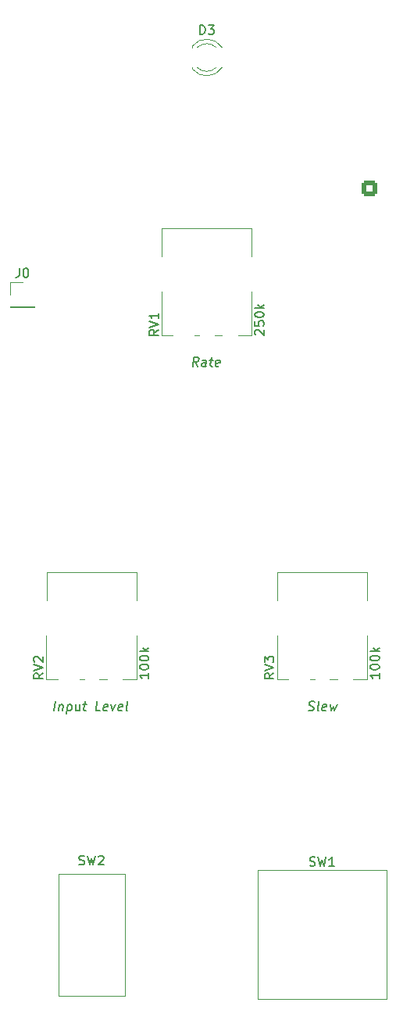
<source format=gto>
%TF.GenerationSoftware,KiCad,Pcbnew,8.0.5*%
%TF.CreationDate,2024-12-04T18:37:58+01:00*%
%TF.ProjectId,DMH_S_H_Noise_PCB,444d485f-535f-4485-9f4e-6f6973655f50,1*%
%TF.SameCoordinates,Original*%
%TF.FileFunction,Legend,Top*%
%TF.FilePolarity,Positive*%
%FSLAX46Y46*%
G04 Gerber Fmt 4.6, Leading zero omitted, Abs format (unit mm)*
G04 Created by KiCad (PCBNEW 8.0.5) date 2024-12-04 18:37:58*
%MOMM*%
%LPD*%
G01*
G04 APERTURE LIST*
G04 Aperture macros list*
%AMRoundRect*
0 Rectangle with rounded corners*
0 $1 Rounding radius*
0 $2 $3 $4 $5 $6 $7 $8 $9 X,Y pos of 4 corners*
0 Add a 4 corners polygon primitive as box body*
4,1,4,$2,$3,$4,$5,$6,$7,$8,$9,$2,$3,0*
0 Add four circle primitives for the rounded corners*
1,1,$1+$1,$2,$3*
1,1,$1+$1,$4,$5*
1,1,$1+$1,$6,$7*
1,1,$1+$1,$8,$9*
0 Add four rect primitives between the rounded corners*
20,1,$1+$1,$2,$3,$4,$5,0*
20,1,$1+$1,$4,$5,$6,$7,0*
20,1,$1+$1,$6,$7,$8,$9,0*
20,1,$1+$1,$8,$9,$2,$3,0*%
G04 Aperture macros list end*
%ADD10C,0.150000*%
%ADD11C,0.120000*%
%ADD12R,1.800000X1.800000*%
%ADD13C,1.800000*%
%ADD14O,2.720000X3.240000*%
%ADD15C,1.700000*%
%ADD16C,4.000000*%
%ADD17C,2.200000*%
%ADD18C,2.500000*%
%ADD19R,1.700000X1.700000*%
%ADD20R,1.600000X1.600000*%
%ADD21C,1.600000*%
%ADD22O,1.600000X1.600000*%
%ADD23R,2.200000X2.200000*%
%ADD24O,2.200000X2.200000*%
%ADD25O,1.700000X1.700000*%
%ADD26RoundRect,0.250000X0.600000X-0.600000X0.600000X0.600000X-0.600000X0.600000X-0.600000X-0.600000X0*%
%ADD27R,1.500000X1.500000*%
%ADD28C,1.500000*%
%ADD29R,1.500000X1.050000*%
%ADD30O,1.500000X1.050000*%
%ADD31RoundRect,0.250000X-0.600000X-0.600000X0.600000X-0.600000X0.600000X0.600000X-0.600000X0.600000X0*%
G04 APERTURE END LIST*
D10*
X74256905Y-44994819D02*
X74256905Y-43994819D01*
X74256905Y-43994819D02*
X74495000Y-43994819D01*
X74495000Y-43994819D02*
X74637857Y-44042438D01*
X74637857Y-44042438D02*
X74733095Y-44137676D01*
X74733095Y-44137676D02*
X74780714Y-44232914D01*
X74780714Y-44232914D02*
X74828333Y-44423390D01*
X74828333Y-44423390D02*
X74828333Y-44566247D01*
X74828333Y-44566247D02*
X74780714Y-44756723D01*
X74780714Y-44756723D02*
X74733095Y-44851961D01*
X74733095Y-44851961D02*
X74637857Y-44947200D01*
X74637857Y-44947200D02*
X74495000Y-44994819D01*
X74495000Y-44994819D02*
X74256905Y-44994819D01*
X75161667Y-43994819D02*
X75780714Y-43994819D01*
X75780714Y-43994819D02*
X75447381Y-44375771D01*
X75447381Y-44375771D02*
X75590238Y-44375771D01*
X75590238Y-44375771D02*
X75685476Y-44423390D01*
X75685476Y-44423390D02*
X75733095Y-44471009D01*
X75733095Y-44471009D02*
X75780714Y-44566247D01*
X75780714Y-44566247D02*
X75780714Y-44804342D01*
X75780714Y-44804342D02*
X75733095Y-44899580D01*
X75733095Y-44899580D02*
X75685476Y-44947200D01*
X75685476Y-44947200D02*
X75590238Y-44994819D01*
X75590238Y-44994819D02*
X75304524Y-44994819D01*
X75304524Y-44994819D02*
X75209286Y-44947200D01*
X75209286Y-44947200D02*
X75161667Y-44899580D01*
X69754819Y-76995238D02*
X69278628Y-77328571D01*
X69754819Y-77566666D02*
X68754819Y-77566666D01*
X68754819Y-77566666D02*
X68754819Y-77185714D01*
X68754819Y-77185714D02*
X68802438Y-77090476D01*
X68802438Y-77090476D02*
X68850057Y-77042857D01*
X68850057Y-77042857D02*
X68945295Y-76995238D01*
X68945295Y-76995238D02*
X69088152Y-76995238D01*
X69088152Y-76995238D02*
X69183390Y-77042857D01*
X69183390Y-77042857D02*
X69231009Y-77090476D01*
X69231009Y-77090476D02*
X69278628Y-77185714D01*
X69278628Y-77185714D02*
X69278628Y-77566666D01*
X68754819Y-76709523D02*
X69754819Y-76376190D01*
X69754819Y-76376190D02*
X68754819Y-76042857D01*
X69754819Y-75185714D02*
X69754819Y-75757142D01*
X69754819Y-75471428D02*
X68754819Y-75471428D01*
X68754819Y-75471428D02*
X68897676Y-75566666D01*
X68897676Y-75566666D02*
X68992914Y-75661904D01*
X68992914Y-75661904D02*
X69040533Y-75757142D01*
X80300057Y-77542856D02*
X80252438Y-77495237D01*
X80252438Y-77495237D02*
X80204819Y-77399999D01*
X80204819Y-77399999D02*
X80204819Y-77161904D01*
X80204819Y-77161904D02*
X80252438Y-77066666D01*
X80252438Y-77066666D02*
X80300057Y-77019047D01*
X80300057Y-77019047D02*
X80395295Y-76971428D01*
X80395295Y-76971428D02*
X80490533Y-76971428D01*
X80490533Y-76971428D02*
X80633390Y-77019047D01*
X80633390Y-77019047D02*
X81204819Y-77590475D01*
X81204819Y-77590475D02*
X81204819Y-76971428D01*
X80204819Y-76066666D02*
X80204819Y-76542856D01*
X80204819Y-76542856D02*
X80681009Y-76590475D01*
X80681009Y-76590475D02*
X80633390Y-76542856D01*
X80633390Y-76542856D02*
X80585771Y-76447618D01*
X80585771Y-76447618D02*
X80585771Y-76209523D01*
X80585771Y-76209523D02*
X80633390Y-76114285D01*
X80633390Y-76114285D02*
X80681009Y-76066666D01*
X80681009Y-76066666D02*
X80776247Y-76019047D01*
X80776247Y-76019047D02*
X81014342Y-76019047D01*
X81014342Y-76019047D02*
X81109580Y-76066666D01*
X81109580Y-76066666D02*
X81157200Y-76114285D01*
X81157200Y-76114285D02*
X81204819Y-76209523D01*
X81204819Y-76209523D02*
X81204819Y-76447618D01*
X81204819Y-76447618D02*
X81157200Y-76542856D01*
X81157200Y-76542856D02*
X81109580Y-76590475D01*
X80204819Y-75399999D02*
X80204819Y-75304761D01*
X80204819Y-75304761D02*
X80252438Y-75209523D01*
X80252438Y-75209523D02*
X80300057Y-75161904D01*
X80300057Y-75161904D02*
X80395295Y-75114285D01*
X80395295Y-75114285D02*
X80585771Y-75066666D01*
X80585771Y-75066666D02*
X80823866Y-75066666D01*
X80823866Y-75066666D02*
X81014342Y-75114285D01*
X81014342Y-75114285D02*
X81109580Y-75161904D01*
X81109580Y-75161904D02*
X81157200Y-75209523D01*
X81157200Y-75209523D02*
X81204819Y-75304761D01*
X81204819Y-75304761D02*
X81204819Y-75399999D01*
X81204819Y-75399999D02*
X81157200Y-75495237D01*
X81157200Y-75495237D02*
X81109580Y-75542856D01*
X81109580Y-75542856D02*
X81014342Y-75590475D01*
X81014342Y-75590475D02*
X80823866Y-75638094D01*
X80823866Y-75638094D02*
X80585771Y-75638094D01*
X80585771Y-75638094D02*
X80395295Y-75590475D01*
X80395295Y-75590475D02*
X80300057Y-75542856D01*
X80300057Y-75542856D02*
X80252438Y-75495237D01*
X80252438Y-75495237D02*
X80204819Y-75399999D01*
X81204819Y-74638094D02*
X80204819Y-74638094D01*
X80823866Y-74542856D02*
X81204819Y-74257142D01*
X80538152Y-74257142D02*
X80919104Y-74638094D01*
X74036904Y-80954819D02*
X73763094Y-80478628D01*
X73465475Y-80954819D02*
X73590475Y-79954819D01*
X73590475Y-79954819D02*
X73971428Y-79954819D01*
X73971428Y-79954819D02*
X74060713Y-80002438D01*
X74060713Y-80002438D02*
X74102380Y-80050057D01*
X74102380Y-80050057D02*
X74138094Y-80145295D01*
X74138094Y-80145295D02*
X74120237Y-80288152D01*
X74120237Y-80288152D02*
X74060713Y-80383390D01*
X74060713Y-80383390D02*
X74007142Y-80431009D01*
X74007142Y-80431009D02*
X73905952Y-80478628D01*
X73905952Y-80478628D02*
X73524999Y-80478628D01*
X74894047Y-80954819D02*
X74959523Y-80431009D01*
X74959523Y-80431009D02*
X74923809Y-80335771D01*
X74923809Y-80335771D02*
X74834523Y-80288152D01*
X74834523Y-80288152D02*
X74644047Y-80288152D01*
X74644047Y-80288152D02*
X74542856Y-80335771D01*
X74899999Y-80907200D02*
X74798809Y-80954819D01*
X74798809Y-80954819D02*
X74560713Y-80954819D01*
X74560713Y-80954819D02*
X74471428Y-80907200D01*
X74471428Y-80907200D02*
X74435713Y-80811961D01*
X74435713Y-80811961D02*
X74447618Y-80716723D01*
X74447618Y-80716723D02*
X74507142Y-80621485D01*
X74507142Y-80621485D02*
X74608333Y-80573866D01*
X74608333Y-80573866D02*
X74846428Y-80573866D01*
X74846428Y-80573866D02*
X74947618Y-80526247D01*
X75310714Y-80288152D02*
X75691666Y-80288152D01*
X75495237Y-79954819D02*
X75388095Y-80811961D01*
X75388095Y-80811961D02*
X75423809Y-80907200D01*
X75423809Y-80907200D02*
X75513095Y-80954819D01*
X75513095Y-80954819D02*
X75608333Y-80954819D01*
X76328571Y-80907200D02*
X76227381Y-80954819D01*
X76227381Y-80954819D02*
X76036904Y-80954819D01*
X76036904Y-80954819D02*
X75947619Y-80907200D01*
X75947619Y-80907200D02*
X75911904Y-80811961D01*
X75911904Y-80811961D02*
X75959524Y-80431009D01*
X75959524Y-80431009D02*
X76019047Y-80335771D01*
X76019047Y-80335771D02*
X76120238Y-80288152D01*
X76120238Y-80288152D02*
X76310714Y-80288152D01*
X76310714Y-80288152D02*
X76400000Y-80335771D01*
X76400000Y-80335771D02*
X76435714Y-80431009D01*
X76435714Y-80431009D02*
X76423809Y-80526247D01*
X76423809Y-80526247D02*
X75935714Y-80621485D01*
X57254819Y-114195238D02*
X56778628Y-114528571D01*
X57254819Y-114766666D02*
X56254819Y-114766666D01*
X56254819Y-114766666D02*
X56254819Y-114385714D01*
X56254819Y-114385714D02*
X56302438Y-114290476D01*
X56302438Y-114290476D02*
X56350057Y-114242857D01*
X56350057Y-114242857D02*
X56445295Y-114195238D01*
X56445295Y-114195238D02*
X56588152Y-114195238D01*
X56588152Y-114195238D02*
X56683390Y-114242857D01*
X56683390Y-114242857D02*
X56731009Y-114290476D01*
X56731009Y-114290476D02*
X56778628Y-114385714D01*
X56778628Y-114385714D02*
X56778628Y-114766666D01*
X56254819Y-113909523D02*
X57254819Y-113576190D01*
X57254819Y-113576190D02*
X56254819Y-113242857D01*
X56350057Y-112957142D02*
X56302438Y-112909523D01*
X56302438Y-112909523D02*
X56254819Y-112814285D01*
X56254819Y-112814285D02*
X56254819Y-112576190D01*
X56254819Y-112576190D02*
X56302438Y-112480952D01*
X56302438Y-112480952D02*
X56350057Y-112433333D01*
X56350057Y-112433333D02*
X56445295Y-112385714D01*
X56445295Y-112385714D02*
X56540533Y-112385714D01*
X56540533Y-112385714D02*
X56683390Y-112433333D01*
X56683390Y-112433333D02*
X57254819Y-113004761D01*
X57254819Y-113004761D02*
X57254819Y-112385714D01*
X68704819Y-114171428D02*
X68704819Y-114742856D01*
X68704819Y-114457142D02*
X67704819Y-114457142D01*
X67704819Y-114457142D02*
X67847676Y-114552380D01*
X67847676Y-114552380D02*
X67942914Y-114647618D01*
X67942914Y-114647618D02*
X67990533Y-114742856D01*
X67704819Y-113552380D02*
X67704819Y-113457142D01*
X67704819Y-113457142D02*
X67752438Y-113361904D01*
X67752438Y-113361904D02*
X67800057Y-113314285D01*
X67800057Y-113314285D02*
X67895295Y-113266666D01*
X67895295Y-113266666D02*
X68085771Y-113219047D01*
X68085771Y-113219047D02*
X68323866Y-113219047D01*
X68323866Y-113219047D02*
X68514342Y-113266666D01*
X68514342Y-113266666D02*
X68609580Y-113314285D01*
X68609580Y-113314285D02*
X68657200Y-113361904D01*
X68657200Y-113361904D02*
X68704819Y-113457142D01*
X68704819Y-113457142D02*
X68704819Y-113552380D01*
X68704819Y-113552380D02*
X68657200Y-113647618D01*
X68657200Y-113647618D02*
X68609580Y-113695237D01*
X68609580Y-113695237D02*
X68514342Y-113742856D01*
X68514342Y-113742856D02*
X68323866Y-113790475D01*
X68323866Y-113790475D02*
X68085771Y-113790475D01*
X68085771Y-113790475D02*
X67895295Y-113742856D01*
X67895295Y-113742856D02*
X67800057Y-113695237D01*
X67800057Y-113695237D02*
X67752438Y-113647618D01*
X67752438Y-113647618D02*
X67704819Y-113552380D01*
X67704819Y-112599999D02*
X67704819Y-112504761D01*
X67704819Y-112504761D02*
X67752438Y-112409523D01*
X67752438Y-112409523D02*
X67800057Y-112361904D01*
X67800057Y-112361904D02*
X67895295Y-112314285D01*
X67895295Y-112314285D02*
X68085771Y-112266666D01*
X68085771Y-112266666D02*
X68323866Y-112266666D01*
X68323866Y-112266666D02*
X68514342Y-112314285D01*
X68514342Y-112314285D02*
X68609580Y-112361904D01*
X68609580Y-112361904D02*
X68657200Y-112409523D01*
X68657200Y-112409523D02*
X68704819Y-112504761D01*
X68704819Y-112504761D02*
X68704819Y-112599999D01*
X68704819Y-112599999D02*
X68657200Y-112695237D01*
X68657200Y-112695237D02*
X68609580Y-112742856D01*
X68609580Y-112742856D02*
X68514342Y-112790475D01*
X68514342Y-112790475D02*
X68323866Y-112838094D01*
X68323866Y-112838094D02*
X68085771Y-112838094D01*
X68085771Y-112838094D02*
X67895295Y-112790475D01*
X67895295Y-112790475D02*
X67800057Y-112742856D01*
X67800057Y-112742856D02*
X67752438Y-112695237D01*
X67752438Y-112695237D02*
X67704819Y-112599999D01*
X68704819Y-111838094D02*
X67704819Y-111838094D01*
X68323866Y-111742856D02*
X68704819Y-111457142D01*
X68038152Y-111457142D02*
X68419104Y-111838094D01*
X58465475Y-118254819D02*
X58590475Y-117254819D01*
X59024999Y-117588152D02*
X58941665Y-118254819D01*
X59013094Y-117683390D02*
X59066665Y-117635771D01*
X59066665Y-117635771D02*
X59167856Y-117588152D01*
X59167856Y-117588152D02*
X59310713Y-117588152D01*
X59310713Y-117588152D02*
X59399999Y-117635771D01*
X59399999Y-117635771D02*
X59435713Y-117731009D01*
X59435713Y-117731009D02*
X59370237Y-118254819D01*
X59929761Y-117588152D02*
X59804761Y-118588152D01*
X59923808Y-117635771D02*
X60024999Y-117588152D01*
X60024999Y-117588152D02*
X60215475Y-117588152D01*
X60215475Y-117588152D02*
X60304761Y-117635771D01*
X60304761Y-117635771D02*
X60346427Y-117683390D01*
X60346427Y-117683390D02*
X60382142Y-117778628D01*
X60382142Y-117778628D02*
X60346427Y-118064342D01*
X60346427Y-118064342D02*
X60286904Y-118159580D01*
X60286904Y-118159580D02*
X60233332Y-118207200D01*
X60233332Y-118207200D02*
X60132142Y-118254819D01*
X60132142Y-118254819D02*
X59941665Y-118254819D01*
X59941665Y-118254819D02*
X59852380Y-118207200D01*
X61263094Y-117588152D02*
X61179761Y-118254819D01*
X60834523Y-117588152D02*
X60769047Y-118111961D01*
X60769047Y-118111961D02*
X60804761Y-118207200D01*
X60804761Y-118207200D02*
X60894047Y-118254819D01*
X60894047Y-118254819D02*
X61036904Y-118254819D01*
X61036904Y-118254819D02*
X61138094Y-118207200D01*
X61138094Y-118207200D02*
X61191666Y-118159580D01*
X61596428Y-117588152D02*
X61977380Y-117588152D01*
X61780951Y-117254819D02*
X61673809Y-118111961D01*
X61673809Y-118111961D02*
X61709523Y-118207200D01*
X61709523Y-118207200D02*
X61798809Y-118254819D01*
X61798809Y-118254819D02*
X61894047Y-118254819D01*
X63465476Y-118254819D02*
X62989285Y-118254819D01*
X62989285Y-118254819D02*
X63114285Y-117254819D01*
X64185714Y-118207200D02*
X64084524Y-118254819D01*
X64084524Y-118254819D02*
X63894047Y-118254819D01*
X63894047Y-118254819D02*
X63804762Y-118207200D01*
X63804762Y-118207200D02*
X63769047Y-118111961D01*
X63769047Y-118111961D02*
X63816667Y-117731009D01*
X63816667Y-117731009D02*
X63876190Y-117635771D01*
X63876190Y-117635771D02*
X63977381Y-117588152D01*
X63977381Y-117588152D02*
X64167857Y-117588152D01*
X64167857Y-117588152D02*
X64257143Y-117635771D01*
X64257143Y-117635771D02*
X64292857Y-117731009D01*
X64292857Y-117731009D02*
X64280952Y-117826247D01*
X64280952Y-117826247D02*
X63792857Y-117921485D01*
X64644048Y-117588152D02*
X64798810Y-118254819D01*
X64798810Y-118254819D02*
X65120238Y-117588152D01*
X65804762Y-118207200D02*
X65703572Y-118254819D01*
X65703572Y-118254819D02*
X65513095Y-118254819D01*
X65513095Y-118254819D02*
X65423810Y-118207200D01*
X65423810Y-118207200D02*
X65388095Y-118111961D01*
X65388095Y-118111961D02*
X65435715Y-117731009D01*
X65435715Y-117731009D02*
X65495238Y-117635771D01*
X65495238Y-117635771D02*
X65596429Y-117588152D01*
X65596429Y-117588152D02*
X65786905Y-117588152D01*
X65786905Y-117588152D02*
X65876191Y-117635771D01*
X65876191Y-117635771D02*
X65911905Y-117731009D01*
X65911905Y-117731009D02*
X65900000Y-117826247D01*
X65900000Y-117826247D02*
X65411905Y-117921485D01*
X66417858Y-118254819D02*
X66328572Y-118207200D01*
X66328572Y-118207200D02*
X66292858Y-118111961D01*
X66292858Y-118111961D02*
X66400000Y-117254819D01*
X82254819Y-114195238D02*
X81778628Y-114528571D01*
X82254819Y-114766666D02*
X81254819Y-114766666D01*
X81254819Y-114766666D02*
X81254819Y-114385714D01*
X81254819Y-114385714D02*
X81302438Y-114290476D01*
X81302438Y-114290476D02*
X81350057Y-114242857D01*
X81350057Y-114242857D02*
X81445295Y-114195238D01*
X81445295Y-114195238D02*
X81588152Y-114195238D01*
X81588152Y-114195238D02*
X81683390Y-114242857D01*
X81683390Y-114242857D02*
X81731009Y-114290476D01*
X81731009Y-114290476D02*
X81778628Y-114385714D01*
X81778628Y-114385714D02*
X81778628Y-114766666D01*
X81254819Y-113909523D02*
X82254819Y-113576190D01*
X82254819Y-113576190D02*
X81254819Y-113242857D01*
X81254819Y-113004761D02*
X81254819Y-112385714D01*
X81254819Y-112385714D02*
X81635771Y-112719047D01*
X81635771Y-112719047D02*
X81635771Y-112576190D01*
X81635771Y-112576190D02*
X81683390Y-112480952D01*
X81683390Y-112480952D02*
X81731009Y-112433333D01*
X81731009Y-112433333D02*
X81826247Y-112385714D01*
X81826247Y-112385714D02*
X82064342Y-112385714D01*
X82064342Y-112385714D02*
X82159580Y-112433333D01*
X82159580Y-112433333D02*
X82207200Y-112480952D01*
X82207200Y-112480952D02*
X82254819Y-112576190D01*
X82254819Y-112576190D02*
X82254819Y-112861904D01*
X82254819Y-112861904D02*
X82207200Y-112957142D01*
X82207200Y-112957142D02*
X82159580Y-113004761D01*
X93704819Y-114171428D02*
X93704819Y-114742856D01*
X93704819Y-114457142D02*
X92704819Y-114457142D01*
X92704819Y-114457142D02*
X92847676Y-114552380D01*
X92847676Y-114552380D02*
X92942914Y-114647618D01*
X92942914Y-114647618D02*
X92990533Y-114742856D01*
X92704819Y-113552380D02*
X92704819Y-113457142D01*
X92704819Y-113457142D02*
X92752438Y-113361904D01*
X92752438Y-113361904D02*
X92800057Y-113314285D01*
X92800057Y-113314285D02*
X92895295Y-113266666D01*
X92895295Y-113266666D02*
X93085771Y-113219047D01*
X93085771Y-113219047D02*
X93323866Y-113219047D01*
X93323866Y-113219047D02*
X93514342Y-113266666D01*
X93514342Y-113266666D02*
X93609580Y-113314285D01*
X93609580Y-113314285D02*
X93657200Y-113361904D01*
X93657200Y-113361904D02*
X93704819Y-113457142D01*
X93704819Y-113457142D02*
X93704819Y-113552380D01*
X93704819Y-113552380D02*
X93657200Y-113647618D01*
X93657200Y-113647618D02*
X93609580Y-113695237D01*
X93609580Y-113695237D02*
X93514342Y-113742856D01*
X93514342Y-113742856D02*
X93323866Y-113790475D01*
X93323866Y-113790475D02*
X93085771Y-113790475D01*
X93085771Y-113790475D02*
X92895295Y-113742856D01*
X92895295Y-113742856D02*
X92800057Y-113695237D01*
X92800057Y-113695237D02*
X92752438Y-113647618D01*
X92752438Y-113647618D02*
X92704819Y-113552380D01*
X92704819Y-112599999D02*
X92704819Y-112504761D01*
X92704819Y-112504761D02*
X92752438Y-112409523D01*
X92752438Y-112409523D02*
X92800057Y-112361904D01*
X92800057Y-112361904D02*
X92895295Y-112314285D01*
X92895295Y-112314285D02*
X93085771Y-112266666D01*
X93085771Y-112266666D02*
X93323866Y-112266666D01*
X93323866Y-112266666D02*
X93514342Y-112314285D01*
X93514342Y-112314285D02*
X93609580Y-112361904D01*
X93609580Y-112361904D02*
X93657200Y-112409523D01*
X93657200Y-112409523D02*
X93704819Y-112504761D01*
X93704819Y-112504761D02*
X93704819Y-112599999D01*
X93704819Y-112599999D02*
X93657200Y-112695237D01*
X93657200Y-112695237D02*
X93609580Y-112742856D01*
X93609580Y-112742856D02*
X93514342Y-112790475D01*
X93514342Y-112790475D02*
X93323866Y-112838094D01*
X93323866Y-112838094D02*
X93085771Y-112838094D01*
X93085771Y-112838094D02*
X92895295Y-112790475D01*
X92895295Y-112790475D02*
X92800057Y-112742856D01*
X92800057Y-112742856D02*
X92752438Y-112695237D01*
X92752438Y-112695237D02*
X92704819Y-112599999D01*
X93704819Y-111838094D02*
X92704819Y-111838094D01*
X93323866Y-111742856D02*
X93704819Y-111457142D01*
X93038152Y-111457142D02*
X93419104Y-111838094D01*
X86000000Y-118207200D02*
X86136904Y-118254819D01*
X86136904Y-118254819D02*
X86375000Y-118254819D01*
X86375000Y-118254819D02*
X86476190Y-118207200D01*
X86476190Y-118207200D02*
X86529762Y-118159580D01*
X86529762Y-118159580D02*
X86589285Y-118064342D01*
X86589285Y-118064342D02*
X86601190Y-117969104D01*
X86601190Y-117969104D02*
X86565476Y-117873866D01*
X86565476Y-117873866D02*
X86523809Y-117826247D01*
X86523809Y-117826247D02*
X86434524Y-117778628D01*
X86434524Y-117778628D02*
X86250000Y-117731009D01*
X86250000Y-117731009D02*
X86160714Y-117683390D01*
X86160714Y-117683390D02*
X86119047Y-117635771D01*
X86119047Y-117635771D02*
X86083333Y-117540533D01*
X86083333Y-117540533D02*
X86095238Y-117445295D01*
X86095238Y-117445295D02*
X86154762Y-117350057D01*
X86154762Y-117350057D02*
X86208333Y-117302438D01*
X86208333Y-117302438D02*
X86309524Y-117254819D01*
X86309524Y-117254819D02*
X86547619Y-117254819D01*
X86547619Y-117254819D02*
X86684524Y-117302438D01*
X87136905Y-118254819D02*
X87047619Y-118207200D01*
X87047619Y-118207200D02*
X87011905Y-118111961D01*
X87011905Y-118111961D02*
X87119047Y-117254819D01*
X87904762Y-118207200D02*
X87803572Y-118254819D01*
X87803572Y-118254819D02*
X87613095Y-118254819D01*
X87613095Y-118254819D02*
X87523810Y-118207200D01*
X87523810Y-118207200D02*
X87488095Y-118111961D01*
X87488095Y-118111961D02*
X87535715Y-117731009D01*
X87535715Y-117731009D02*
X87595238Y-117635771D01*
X87595238Y-117635771D02*
X87696429Y-117588152D01*
X87696429Y-117588152D02*
X87886905Y-117588152D01*
X87886905Y-117588152D02*
X87976191Y-117635771D01*
X87976191Y-117635771D02*
X88011905Y-117731009D01*
X88011905Y-117731009D02*
X88000000Y-117826247D01*
X88000000Y-117826247D02*
X87511905Y-117921485D01*
X88363096Y-117588152D02*
X88470238Y-118254819D01*
X88470238Y-118254819D02*
X88720238Y-117778628D01*
X88720238Y-117778628D02*
X88851191Y-118254819D01*
X88851191Y-118254819D02*
X89125000Y-117588152D01*
X86166667Y-135033200D02*
X86309524Y-135080819D01*
X86309524Y-135080819D02*
X86547619Y-135080819D01*
X86547619Y-135080819D02*
X86642857Y-135033200D01*
X86642857Y-135033200D02*
X86690476Y-134985580D01*
X86690476Y-134985580D02*
X86738095Y-134890342D01*
X86738095Y-134890342D02*
X86738095Y-134795104D01*
X86738095Y-134795104D02*
X86690476Y-134699866D01*
X86690476Y-134699866D02*
X86642857Y-134652247D01*
X86642857Y-134652247D02*
X86547619Y-134604628D01*
X86547619Y-134604628D02*
X86357143Y-134557009D01*
X86357143Y-134557009D02*
X86261905Y-134509390D01*
X86261905Y-134509390D02*
X86214286Y-134461771D01*
X86214286Y-134461771D02*
X86166667Y-134366533D01*
X86166667Y-134366533D02*
X86166667Y-134271295D01*
X86166667Y-134271295D02*
X86214286Y-134176057D01*
X86214286Y-134176057D02*
X86261905Y-134128438D01*
X86261905Y-134128438D02*
X86357143Y-134080819D01*
X86357143Y-134080819D02*
X86595238Y-134080819D01*
X86595238Y-134080819D02*
X86738095Y-134128438D01*
X87071429Y-134080819D02*
X87309524Y-135080819D01*
X87309524Y-135080819D02*
X87500000Y-134366533D01*
X87500000Y-134366533D02*
X87690476Y-135080819D01*
X87690476Y-135080819D02*
X87928572Y-134080819D01*
X88833333Y-135080819D02*
X88261905Y-135080819D01*
X88547619Y-135080819D02*
X88547619Y-134080819D01*
X88547619Y-134080819D02*
X88452381Y-134223676D01*
X88452381Y-134223676D02*
X88357143Y-134318914D01*
X88357143Y-134318914D02*
X88261905Y-134366533D01*
X61166667Y-134907200D02*
X61309524Y-134954819D01*
X61309524Y-134954819D02*
X61547619Y-134954819D01*
X61547619Y-134954819D02*
X61642857Y-134907200D01*
X61642857Y-134907200D02*
X61690476Y-134859580D01*
X61690476Y-134859580D02*
X61738095Y-134764342D01*
X61738095Y-134764342D02*
X61738095Y-134669104D01*
X61738095Y-134669104D02*
X61690476Y-134573866D01*
X61690476Y-134573866D02*
X61642857Y-134526247D01*
X61642857Y-134526247D02*
X61547619Y-134478628D01*
X61547619Y-134478628D02*
X61357143Y-134431009D01*
X61357143Y-134431009D02*
X61261905Y-134383390D01*
X61261905Y-134383390D02*
X61214286Y-134335771D01*
X61214286Y-134335771D02*
X61166667Y-134240533D01*
X61166667Y-134240533D02*
X61166667Y-134145295D01*
X61166667Y-134145295D02*
X61214286Y-134050057D01*
X61214286Y-134050057D02*
X61261905Y-134002438D01*
X61261905Y-134002438D02*
X61357143Y-133954819D01*
X61357143Y-133954819D02*
X61595238Y-133954819D01*
X61595238Y-133954819D02*
X61738095Y-134002438D01*
X62071429Y-133954819D02*
X62309524Y-134954819D01*
X62309524Y-134954819D02*
X62500000Y-134240533D01*
X62500000Y-134240533D02*
X62690476Y-134954819D01*
X62690476Y-134954819D02*
X62928572Y-133954819D01*
X63261905Y-134050057D02*
X63309524Y-134002438D01*
X63309524Y-134002438D02*
X63404762Y-133954819D01*
X63404762Y-133954819D02*
X63642857Y-133954819D01*
X63642857Y-133954819D02*
X63738095Y-134002438D01*
X63738095Y-134002438D02*
X63785714Y-134050057D01*
X63785714Y-134050057D02*
X63833333Y-134145295D01*
X63833333Y-134145295D02*
X63833333Y-134240533D01*
X63833333Y-134240533D02*
X63785714Y-134383390D01*
X63785714Y-134383390D02*
X63214286Y-134954819D01*
X63214286Y-134954819D02*
X63833333Y-134954819D01*
X54666666Y-70324819D02*
X54666666Y-71039104D01*
X54666666Y-71039104D02*
X54619047Y-71181961D01*
X54619047Y-71181961D02*
X54523809Y-71277200D01*
X54523809Y-71277200D02*
X54380952Y-71324819D01*
X54380952Y-71324819D02*
X54285714Y-71324819D01*
X55333333Y-70324819D02*
X55428571Y-70324819D01*
X55428571Y-70324819D02*
X55523809Y-70372438D01*
X55523809Y-70372438D02*
X55571428Y-70420057D01*
X55571428Y-70420057D02*
X55619047Y-70515295D01*
X55619047Y-70515295D02*
X55666666Y-70705771D01*
X55666666Y-70705771D02*
X55666666Y-70943866D01*
X55666666Y-70943866D02*
X55619047Y-71134342D01*
X55619047Y-71134342D02*
X55571428Y-71229580D01*
X55571428Y-71229580D02*
X55523809Y-71277200D01*
X55523809Y-71277200D02*
X55428571Y-71324819D01*
X55428571Y-71324819D02*
X55333333Y-71324819D01*
X55333333Y-71324819D02*
X55238095Y-71277200D01*
X55238095Y-71277200D02*
X55190476Y-71229580D01*
X55190476Y-71229580D02*
X55142857Y-71134342D01*
X55142857Y-71134342D02*
X55095238Y-70943866D01*
X55095238Y-70943866D02*
X55095238Y-70705771D01*
X55095238Y-70705771D02*
X55142857Y-70515295D01*
X55142857Y-70515295D02*
X55190476Y-70420057D01*
X55190476Y-70420057D02*
X55238095Y-70372438D01*
X55238095Y-70372438D02*
X55333333Y-70324819D01*
D11*
%TO.C,D3*%
X73435000Y-46264000D02*
X73435000Y-46420000D01*
X73435000Y-48580000D02*
X73435000Y-48736000D01*
X73435000Y-46264484D02*
G75*
G02*
X76667335Y-46421392I1560000J-1235516D01*
G01*
X73954039Y-46420000D02*
G75*
G02*
X76036130Y-46420163I1040961J-1080000D01*
G01*
X76036130Y-48579837D02*
G75*
G02*
X73954039Y-48580000I-1041130J1079837D01*
G01*
X76667335Y-48578608D02*
G75*
G02*
X73435000Y-48735516I-1672335J1078608D01*
G01*
%TO.C,RV1*%
X70120000Y-77595000D02*
X70120000Y-72875000D01*
X70130000Y-69065000D02*
X70130000Y-66005000D01*
X71310000Y-77595000D02*
X70130000Y-77595000D01*
X74210000Y-77595000D02*
X73680000Y-77595000D01*
X76660000Y-77595000D02*
X75830000Y-77595000D01*
X79870000Y-66005000D02*
X70130000Y-66005000D01*
X79870000Y-69065000D02*
X79870000Y-66005000D01*
X79870000Y-77595000D02*
X78380000Y-77595000D01*
X79870000Y-77595000D02*
X79870000Y-72875000D01*
%TO.C,RV2*%
X57620000Y-114845000D02*
X57620000Y-110125000D01*
X57630000Y-106315000D02*
X57630000Y-103255000D01*
X58810000Y-114845000D02*
X57630000Y-114845000D01*
X61710000Y-114845000D02*
X61180000Y-114845000D01*
X64160000Y-114845000D02*
X63330000Y-114845000D01*
X67370000Y-103255000D02*
X57630000Y-103255000D01*
X67370000Y-106315000D02*
X67370000Y-103255000D01*
X67370000Y-114845000D02*
X65880000Y-114845000D01*
X67370000Y-114845000D02*
X67370000Y-110125000D01*
%TO.C,RV3*%
X82620000Y-114845000D02*
X82620000Y-110125000D01*
X82630000Y-106315000D02*
X82630000Y-103255000D01*
X83810000Y-114845000D02*
X82630000Y-114845000D01*
X86710000Y-114845000D02*
X86180000Y-114845000D01*
X89160000Y-114845000D02*
X88330000Y-114845000D01*
X92370000Y-103255000D02*
X82630000Y-103255000D01*
X92370000Y-106315000D02*
X92370000Y-103255000D01*
X92370000Y-114845000D02*
X90880000Y-114845000D01*
X92370000Y-114845000D02*
X92370000Y-110125000D01*
%TO.C,SW1*%
X80515000Y-135515000D02*
X94485000Y-135515000D01*
X80515000Y-149485000D02*
X80515000Y-135515000D01*
X94485000Y-135515000D02*
X94485000Y-149485000D01*
X94485000Y-149485000D02*
X80515000Y-149485000D01*
%TO.C,SW2*%
X58900000Y-135900000D02*
X66100000Y-135900000D01*
X66100000Y-149100000D01*
X58900000Y-149100000D01*
X58900000Y-135900000D01*
%TO.C,J0*%
X53670000Y-71870000D02*
X55000000Y-71870000D01*
X53670000Y-73200000D02*
X53670000Y-71870000D01*
X53670000Y-74470000D02*
X53670000Y-74530000D01*
X53670000Y-74470000D02*
X56330000Y-74470000D01*
X53670000Y-74530000D02*
X56330000Y-74530000D01*
X56330000Y-74470000D02*
X56330000Y-74530000D01*
%TD*%
%LPC*%
D12*
%TO.C,D3*%
X73725000Y-47500000D03*
D13*
X76265000Y-47500000D03*
%TD*%
D14*
%TO.C,RV1*%
X70200000Y-70975000D03*
X79800000Y-70975000D03*
D12*
X72500000Y-78475000D03*
D13*
X75000000Y-78475000D03*
X77500000Y-78475000D03*
%TD*%
D14*
%TO.C,RV2*%
X57700000Y-108225000D03*
X67300000Y-108225000D03*
D12*
X60000000Y-115725000D03*
D13*
X62500000Y-115725000D03*
X65000000Y-115725000D03*
%TD*%
D14*
%TO.C,RV3*%
X82700000Y-108225000D03*
X92300000Y-108225000D03*
D12*
X85000000Y-115725000D03*
D13*
X87500000Y-115725000D03*
X90000000Y-115725000D03*
%TD*%
D15*
%TO.C,SW1*%
X82420000Y-142500000D03*
D16*
X87500000Y-142500000D03*
D15*
X92580000Y-142500000D03*
D17*
X90040000Y-137420000D03*
X83690000Y-139960000D03*
%TD*%
D18*
%TO.C,SW2*%
X62500000Y-147200000D03*
X62500000Y-142500000D03*
X62500000Y-137800000D03*
%TD*%
D19*
%TO.C,J0*%
X55000000Y-73200000D03*
%TD*%
D20*
%TO.C,C1*%
X84144888Y-48875000D03*
D21*
X86144888Y-48875000D03*
%TD*%
D20*
%TO.C,U1*%
X94400000Y-83775000D03*
D22*
X94400000Y-86315000D03*
X94400000Y-88855000D03*
X94400000Y-91395000D03*
X94400000Y-93935000D03*
X94400000Y-96475000D03*
X94400000Y-99015000D03*
X86780000Y-99015000D03*
X86780000Y-96475000D03*
X86780000Y-93935000D03*
X86780000Y-91395000D03*
X86780000Y-88855000D03*
X86780000Y-86315000D03*
X86780000Y-83775000D03*
%TD*%
D23*
%TO.C,D1*%
X97280000Y-68900000D03*
D24*
X87120000Y-68900000D03*
%TD*%
D21*
%TO.C,R5*%
X91310000Y-126700000D03*
D22*
X83690000Y-126700000D03*
%TD*%
D20*
%TO.C,D6*%
X78810000Y-109400000D03*
D22*
X71190000Y-109400000D03*
%TD*%
D21*
%TO.C,R32*%
X52390000Y-47200000D03*
D22*
X60010000Y-47200000D03*
%TD*%
D21*
%TO.C,R26*%
X60010000Y-56200000D03*
D22*
X52390000Y-56200000D03*
%TD*%
D21*
%TO.C,C8*%
X68400000Y-86400000D03*
X68400000Y-91400000D03*
%TD*%
D19*
%TO.C,J50*%
X52350000Y-161100000D03*
D25*
X54890000Y-161100000D03*
X57430000Y-161100000D03*
X59970000Y-161100000D03*
X62510000Y-161100000D03*
X65050000Y-161100000D03*
%TD*%
D21*
%TO.C,C3*%
X79200000Y-43800000D03*
X79200000Y-48800000D03*
%TD*%
%TO.C,C16*%
X68300000Y-53200000D03*
X63300000Y-53200000D03*
%TD*%
%TO.C,C14*%
X85000000Y-120700000D03*
X90000000Y-120700000D03*
%TD*%
%TO.C,C20*%
X68300000Y-47200000D03*
X63300000Y-47200000D03*
%TD*%
%TO.C,C19*%
X68300000Y-50200000D03*
X63300000Y-50200000D03*
%TD*%
%TO.C,R37*%
X70000000Y-158210000D03*
D22*
X70000000Y-150590000D03*
%TD*%
D21*
%TO.C,R34*%
X52550000Y-88485000D03*
D22*
X52550000Y-80865000D03*
%TD*%
D21*
%TO.C,C12*%
X83300000Y-58400000D03*
X83300000Y-63400000D03*
%TD*%
%TO.C,R29*%
X55190000Y-102200000D03*
D22*
X62810000Y-102200000D03*
%TD*%
D21*
%TO.C,R19*%
X63200000Y-70210000D03*
D22*
X63200000Y-62590000D03*
%TD*%
D21*
%TO.C,R10*%
X83100000Y-68190000D03*
D22*
X83100000Y-75810000D03*
%TD*%
D21*
%TO.C,R15*%
X71190000Y-105000000D03*
D22*
X78810000Y-105000000D03*
%TD*%
D21*
%TO.C,R14*%
X71580000Y-61200000D03*
D22*
X79200000Y-61200000D03*
%TD*%
D21*
%TO.C,R22*%
X66200000Y-73490000D03*
D22*
X66200000Y-81110000D03*
%TD*%
D26*
%TO.C,J200*%
X93330000Y-154352500D03*
D15*
X90790000Y-154352500D03*
X88250000Y-154352500D03*
X85710000Y-154352500D03*
X83170000Y-154352500D03*
X93330000Y-151812500D03*
X90790000Y-151812500D03*
X88250000Y-151812500D03*
X85710000Y-151812500D03*
X83170000Y-151812500D03*
%TD*%
D20*
%TO.C,U3*%
X63200000Y-83775000D03*
D22*
X63200000Y-86315000D03*
X63200000Y-88855000D03*
X63200000Y-91395000D03*
X63200000Y-93935000D03*
X63200000Y-96475000D03*
X63200000Y-99015000D03*
X55580000Y-99015000D03*
X55580000Y-96475000D03*
X55580000Y-93935000D03*
X55580000Y-91395000D03*
X55580000Y-88855000D03*
X55580000Y-86315000D03*
X55580000Y-83775000D03*
%TD*%
D21*
%TO.C,C15*%
X60500000Y-63900000D03*
X60500000Y-68900000D03*
%TD*%
%TO.C,C17*%
X68300000Y-56200000D03*
X63300000Y-56200000D03*
%TD*%
%TO.C,C18*%
X68300000Y-59200000D03*
X63300000Y-59200000D03*
%TD*%
%TO.C,R4*%
X60000000Y-150580000D03*
D22*
X60000000Y-158200000D03*
%TD*%
D21*
%TO.C,R17*%
X77500000Y-144210000D03*
D22*
X77500000Y-136590000D03*
%TD*%
D27*
%TO.C,Q3*%
X52460000Y-63840000D03*
D28*
X55000000Y-63840000D03*
X57540000Y-63840000D03*
%TD*%
D21*
%TO.C,R25*%
X60010000Y-53200000D03*
D22*
X52390000Y-53200000D03*
%TD*%
D21*
%TO.C,R28*%
X66300000Y-93590000D03*
D22*
X66300000Y-101210000D03*
%TD*%
D21*
%TO.C,R1*%
X84890000Y-80600000D03*
D22*
X92510000Y-80600000D03*
%TD*%
D21*
%TO.C,R16*%
X97500000Y-144410000D03*
D22*
X97500000Y-136790000D03*
%TD*%
D21*
%TO.C,C10*%
X52600000Y-75800000D03*
X57600000Y-75800000D03*
%TD*%
%TO.C,R33*%
X52390000Y-44200000D03*
D22*
X60010000Y-44200000D03*
%TD*%
D21*
%TO.C,R11*%
X94510000Y-74600000D03*
D22*
X86890000Y-74600000D03*
%TD*%
D21*
%TO.C,R7*%
X69910000Y-131400000D03*
D22*
X62290000Y-131400000D03*
%TD*%
D21*
%TO.C,R13*%
X97500000Y-101790000D03*
D22*
X97500000Y-109410000D03*
%TD*%
D21*
%TO.C,C13*%
X75700000Y-101900000D03*
X70700000Y-101900000D03*
%TD*%
D20*
%TO.C,C2*%
X86155114Y-54475000D03*
D21*
X84155114Y-54475000D03*
%TD*%
%TO.C,C21*%
X68300000Y-44200000D03*
X63300000Y-44200000D03*
%TD*%
%TO.C,R23*%
X73000000Y-158210000D03*
D22*
X73000000Y-150590000D03*
%TD*%
D27*
%TO.C,Q1*%
X72660000Y-52000000D03*
D28*
X75200000Y-52000000D03*
X77740000Y-52000000D03*
%TD*%
D21*
%TO.C,R21*%
X60200000Y-81110000D03*
D22*
X60200000Y-73490000D03*
%TD*%
D21*
%TO.C,C7*%
X81600000Y-88975000D03*
X81600000Y-93975000D03*
%TD*%
D29*
%TO.C,Q2*%
X83250000Y-96700000D03*
D30*
X83250000Y-97970000D03*
X83250000Y-99240000D03*
%TD*%
D21*
%TO.C,R31*%
X52390000Y-50200000D03*
D22*
X60010000Y-50200000D03*
%TD*%
D21*
%TO.C,R2*%
X97500000Y-79235000D03*
D22*
X97500000Y-71615000D03*
%TD*%
D21*
%TO.C,R3*%
X97500000Y-83800000D03*
D22*
X97500000Y-91420000D03*
%TD*%
D20*
%TO.C,D5*%
X94510000Y-71800000D03*
D22*
X86890000Y-71800000D03*
%TD*%
D23*
%TO.C,D2*%
X87120000Y-44200000D03*
D24*
X97280000Y-44200000D03*
%TD*%
D21*
%TO.C,R36*%
X54100000Y-114510000D03*
D22*
X54100000Y-106890000D03*
%TD*%
D21*
%TO.C,R38*%
X79210000Y-58200000D03*
D22*
X71590000Y-58200000D03*
%TD*%
D21*
%TO.C,R8*%
X80610000Y-131400000D03*
D22*
X72990000Y-131400000D03*
%TD*%
D21*
%TO.C,R9*%
X71590000Y-64200000D03*
D22*
X79210000Y-64200000D03*
%TD*%
D21*
%TO.C,R35*%
X54100000Y-116690000D03*
D22*
X54100000Y-124310000D03*
%TD*%
D19*
%TO.C,J60*%
X81350000Y-161100000D03*
D25*
X78810000Y-161100000D03*
X76270000Y-161100000D03*
X73730000Y-161100000D03*
X71190000Y-161100000D03*
X68650000Y-161100000D03*
%TD*%
D31*
%TO.C,J100*%
X92647500Y-61680000D03*
D15*
X95187500Y-61680000D03*
X92647500Y-59140000D03*
X95187500Y-59140000D03*
X92647500Y-56600000D03*
X95187500Y-56600000D03*
X92647500Y-54060000D03*
X95187500Y-54060000D03*
X92647500Y-51520000D03*
X95187500Y-51520000D03*
%TD*%
D21*
%TO.C,R27*%
X60010000Y-59200000D03*
D22*
X52390000Y-59200000D03*
%TD*%
D20*
%TO.C,U2*%
X78800000Y-83775000D03*
D22*
X78800000Y-86315000D03*
X78800000Y-88855000D03*
X78800000Y-91395000D03*
X78800000Y-93935000D03*
X78800000Y-96475000D03*
X78800000Y-99015000D03*
X71180000Y-99015000D03*
X71180000Y-96475000D03*
X71180000Y-93935000D03*
X71180000Y-91395000D03*
X71180000Y-88855000D03*
X71180000Y-86315000D03*
X71180000Y-83775000D03*
%TD*%
D21*
%TO.C,C6*%
X84000000Y-86400000D03*
X84000000Y-91400000D03*
%TD*%
%TO.C,R18*%
X65000000Y-158185000D03*
D22*
X65000000Y-150565000D03*
%TD*%
D20*
%TO.C,D4*%
X68000000Y-136590000D03*
D22*
X68000000Y-144210000D03*
%TD*%
D21*
%TO.C,R6*%
X91310000Y-131400000D03*
D22*
X83690000Y-131400000D03*
%TD*%
D21*
%TO.C,R12*%
X97500000Y-112700000D03*
D22*
X97500000Y-120320000D03*
%TD*%
D21*
%TO.C,C11*%
X88200000Y-77600000D03*
X93200000Y-77600000D03*
%TD*%
%TO.C,C4*%
X86100000Y-58400000D03*
X86100000Y-63400000D03*
%TD*%
%TO.C,C9*%
X66000000Y-91400000D03*
X66000000Y-86400000D03*
%TD*%
%TO.C,R20*%
X66200000Y-70210000D03*
D22*
X66200000Y-62590000D03*
%TD*%
D21*
%TO.C,R30*%
X76000000Y-158210000D03*
D22*
X76000000Y-150590000D03*
%TD*%
D21*
%TO.C,R24*%
X63200000Y-73490000D03*
D22*
X63200000Y-81110000D03*
%TD*%
D19*
%TO.C,J70*%
X97650000Y-161100000D03*
D25*
X95110000Y-161100000D03*
X92570000Y-161100000D03*
X90030000Y-161100000D03*
X87490000Y-161100000D03*
X84950000Y-161100000D03*
%TD*%
D21*
%TO.C,C5*%
X93100000Y-101900000D03*
X88100000Y-101900000D03*
%TD*%
%LPD*%
M02*

</source>
